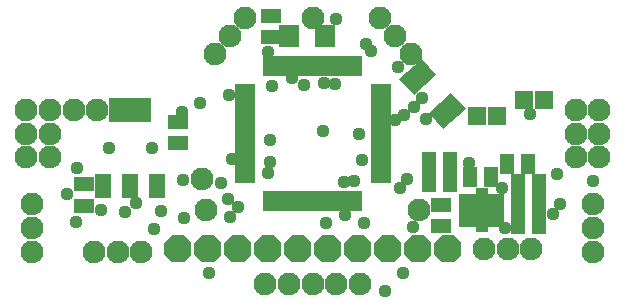
<source format=gbr>
G04 EAGLE Gerber X2 export*
G04 #@! %TF.Part,Single*
G04 #@! %TF.FileFunction,Soldermask,Top,1*
G04 #@! %TF.FilePolarity,Negative*
G04 #@! %TF.GenerationSoftware,Autodesk,EAGLE,8.6.0*
G04 #@! %TF.CreationDate,2018-03-03T08:39:01Z*
G75*
%MOMM*%
%FSLAX34Y34*%
%LPD*%
%AMOC8*
5,1,8,0,0,1.08239X$1,22.5*%
G01*
%ADD10R,1.608000X1.508000*%
%ADD11R,1.708000X0.808000*%
%ADD12R,0.808000X1.708000*%
%ADD13R,1.808000X2.508000*%
%ADD14R,1.708000X1.308000*%
%ADD15R,1.346200X2.108200*%
%ADD16R,3.606800X2.108200*%
%ADD17C,1.930400*%
%ADD18R,1.508000X0.808000*%
%ADD19R,1.108000X3.808000*%
%ADD20R,1.308000X1.708000*%
%ADD21P,2.474344X8X112.500000*%
%ADD22R,1.708000X1.908000*%
%ADD23C,1.112000*%


D10*
X629100Y379769D03*
X646100Y379769D03*
X668661Y393618D03*
X685661Y393618D03*
D11*
X547498Y362506D03*
X547498Y367506D03*
X547498Y372506D03*
X547498Y357506D03*
X547498Y352506D03*
X547498Y347506D03*
X547498Y342506D03*
X547498Y337506D03*
X547498Y327506D03*
X547498Y332506D03*
X547498Y377506D03*
X547498Y382506D03*
X547498Y387506D03*
X547498Y392506D03*
X547498Y397506D03*
X547498Y402506D03*
D12*
X492498Y422506D03*
X497498Y422506D03*
X502498Y422506D03*
X507498Y422506D03*
X512498Y422506D03*
X517498Y422506D03*
X522498Y422506D03*
X527498Y422506D03*
X487498Y422506D03*
X482498Y422506D03*
X477498Y422506D03*
X472498Y422506D03*
X467498Y422506D03*
X462498Y422506D03*
X457498Y422506D03*
X452498Y422506D03*
D11*
X432498Y362506D03*
X432498Y367506D03*
X432498Y372506D03*
X432498Y357506D03*
X432498Y352506D03*
X432498Y347506D03*
X432498Y342506D03*
X432498Y337506D03*
X432498Y327506D03*
X432498Y332506D03*
X432498Y377506D03*
X432498Y382506D03*
X432498Y387506D03*
X432498Y392506D03*
X432498Y397506D03*
X432498Y402506D03*
D12*
X492498Y307506D03*
X497498Y307506D03*
X502498Y307506D03*
X507498Y307506D03*
X512498Y307506D03*
X517498Y307506D03*
X522498Y307506D03*
X527498Y307506D03*
X487498Y307506D03*
X482498Y307506D03*
X477498Y307506D03*
X472498Y307506D03*
X467498Y307506D03*
X462498Y307506D03*
X457498Y307506D03*
X452498Y307506D03*
D13*
G36*
X582287Y427763D02*
X594243Y414201D01*
X575431Y397617D01*
X563475Y411179D01*
X582287Y427763D01*
G37*
G36*
X600561Y369112D02*
X588605Y382674D01*
X607417Y399258D01*
X619373Y385696D01*
X600561Y369112D01*
G37*
D14*
X296500Y322000D03*
X296500Y304000D03*
X376260Y356830D03*
X376260Y374830D03*
D15*
X312500Y320996D03*
X335500Y320996D03*
X358500Y320996D03*
D16*
X335500Y385004D03*
D17*
X530000Y238000D03*
X510000Y238000D03*
X490000Y238000D03*
X470000Y238000D03*
X450000Y238000D03*
D18*
X621500Y290500D03*
X621500Y297000D03*
X621500Y303500D03*
X621500Y310000D03*
X644500Y290500D03*
X644500Y297000D03*
X644500Y303500D03*
X644500Y310000D03*
D19*
X633000Y300500D03*
D20*
X663600Y288330D03*
X681600Y288330D03*
X681680Y322620D03*
X663680Y322620D03*
X663570Y305290D03*
X681570Y305290D03*
X588450Y341000D03*
X606450Y341000D03*
X588520Y324290D03*
X606520Y324290D03*
X654120Y339640D03*
X672120Y339640D03*
X640920Y328070D03*
X622920Y328070D03*
D17*
X267500Y345000D03*
X267500Y365000D03*
X267500Y385000D03*
X247500Y345000D03*
X247500Y365000D03*
X247500Y385000D03*
X712500Y345000D03*
X712500Y365000D03*
X712500Y385000D03*
X732500Y345000D03*
X732500Y365000D03*
X732500Y385000D03*
X400000Y300000D03*
X490000Y462500D03*
X580000Y300000D03*
D21*
X375700Y267500D03*
X401100Y267500D03*
X426500Y267500D03*
X451900Y267500D03*
X477300Y267500D03*
X502700Y267500D03*
X528100Y267500D03*
X553500Y267500D03*
X578900Y267500D03*
X604300Y267500D03*
D14*
X598350Y304680D03*
X598350Y286680D03*
D17*
X305000Y265000D03*
X325000Y265000D03*
X345000Y265000D03*
X635000Y267500D03*
X655000Y267500D03*
X675000Y267500D03*
X287500Y385000D03*
X307500Y385000D03*
D14*
X454440Y446810D03*
X454440Y464810D03*
D22*
X470100Y447700D03*
X500100Y447700D03*
D17*
X546958Y462663D03*
X560000Y447500D03*
X573042Y432337D03*
X407118Y432202D03*
X420000Y447500D03*
X432882Y462798D03*
X727500Y305000D03*
X727500Y285000D03*
X727500Y265000D03*
X252500Y265000D03*
X252500Y285000D03*
X252500Y305000D03*
X395900Y326800D03*
D23*
X622000Y340000D03*
X693600Y296500D03*
X509500Y462000D03*
X419000Y397500D03*
X340500Y306000D03*
X379500Y383500D03*
X310500Y300000D03*
X498800Y367200D03*
X472400Y411700D03*
X421954Y343700D03*
X653000Y285350D03*
X674043Y382000D03*
X525000Y325000D03*
X453900Y341200D03*
X455500Y405000D03*
X529150Y364350D03*
X508900Y406686D03*
X559600Y376314D03*
X452500Y331700D03*
X426600Y302500D03*
X516500Y324000D03*
X380300Y325400D03*
X381300Y293300D03*
X482700Y405800D03*
X402300Y247100D03*
X582700Y395400D03*
X539739Y435039D03*
X534856Y440853D03*
X562141Y420959D03*
X454000Y359500D03*
X517500Y296200D03*
X564000Y319000D03*
X550800Y231600D03*
X566211Y246589D03*
X499490Y407868D03*
X567000Y381100D03*
X420000Y294500D03*
X501000Y289500D03*
X533000Y289500D03*
X330800Y299000D03*
X361889Y299111D03*
X570200Y326200D03*
X650245Y318745D03*
X699000Y305000D03*
X532000Y342500D03*
X575000Y286000D03*
X418000Y310000D03*
X289500Y290500D03*
X394500Y391000D03*
X412300Y323400D03*
X354200Y352400D03*
X317200Y352500D03*
X282000Y313900D03*
X290200Y336100D03*
X452500Y433700D03*
X575800Y387200D03*
X696500Y330400D03*
X585500Y377500D03*
X356000Y284000D03*
X727550Y325000D03*
M02*

</source>
